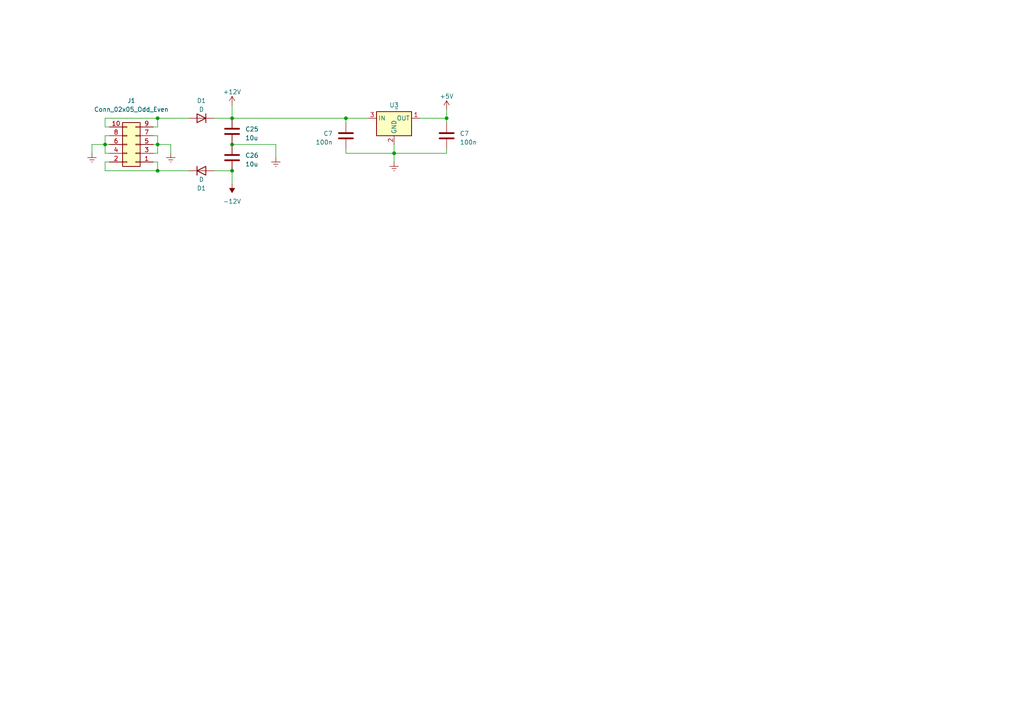
<source format=kicad_sch>
(kicad_sch (version 20230121) (generator eeschema)
  (paper "A4")
  (lib_symbols
    (symbol "Connector_Generic:Conn_02x05_Odd_Even" (pin_names (offset 1.016) hide)
      (property "Reference" "J" (at 1.27 7.62 0))
      (property "Value" "Conn_02x05_Odd_Even" (at 1.27 -7.62 0))
      (symbol "Conn_02x05_Odd_Even_1_1"
        (rectangle (start -1.27 -4.953) (end 0 -5.207) (stroke (width 0.1524)))
        (rectangle (start -1.27 -2.413) (end 0 -2.667) (stroke (width 0.1524)))
        (rectangle (start -1.27 0.127) (end 0 -0.127) (stroke (width 0.1524)))
        (rectangle (start -1.27 2.667) (end 0 2.413) (stroke (width 0.1524)))
        (rectangle (start -1.27 5.207) (end 0 4.953) (stroke (width 0.1524)))
        (rectangle (start -1.27 6.35) (end 3.81 -6.35) (stroke (width 0.254)) (fill (type background)))
        (rectangle (start 3.81 -4.953) (end 2.54 -5.207) (stroke (width 0.1524)))
        (rectangle (start 3.81 -2.413) (end 2.54 -2.667) (stroke (width 0.1524)))
        (rectangle (start 3.81 0.127) (end 2.54 -0.127) (stroke (width 0.1524)))
        (rectangle (start 3.81 2.667) (end 2.54 2.413) (stroke (width 0.1524)))
        (rectangle (start 3.81 5.207) (end 2.54 4.953) (stroke (width 0.1524)))
        (pin passive line (at -5.08 5.08 0) (length 3.81) (name "Pin_1") (number "1"))
        (pin passive line (at 7.62 -5.08 180) (length 3.81) (name "Pin_10") (number "10"))
        (pin passive line (at 7.62 5.08 180) (length 3.81) (name "Pin_2") (number "2"))
        (pin passive line (at -5.08 2.54 0) (length 3.81) (name "Pin_3") (number "3"))
        (pin passive line (at 7.62 2.54 180) (length 3.81) (name "Pin_4") (number "4"))
        (pin passive line (at -5.08 0 0) (length 3.81) (name "Pin_5") (number "5"))
        (pin passive line (at 7.62 0 180) (length 3.81) (name "Pin_6") (number "6"))
        (pin passive line (at -5.08 -2.54 0) (length 3.81) (name "Pin_7") (number "7"))
        (pin passive line (at 7.62 -2.54 180) (length 3.81) (name "Pin_8") (number "8"))
        (pin passive line (at -5.08 -5.08 0) (length 3.81) (name "Pin_9") (number "9"))
      )
    )
    (symbol "Device:C" (pin_numbers hide) (pin_names (offset 0.254))
      (property "Reference" "C" (at 0.635 2.54 0))
      (property "Value" "C" (at 0.635 -2.54 0))
      (symbol "C_0_1"
        (polyline (pts (xy -2.032 -0.762) (xy 2.032 -0.762)) (stroke (width 0.508)))
        (polyline (pts (xy -2.032 0.762) (xy 2.032 0.762)) (stroke (width 0.508)))
      )
      (symbol "C_1_1"
        (pin passive line (at 0 3.81 270) (length 2.794) (name "~") (number "1"))
        (pin passive line (at 0 -3.81 90) (length 2.794) (name "~") (number "2"))
      )
    )
    (symbol "Device:D" (pin_numbers hide) (pin_names (offset 1.016) hide)
      (property "Reference" "D" (at 0 2.54 0))
      (property "Value" "D" (at 0 -2.54 0))
      (symbol "D_0_1"
        (polyline (pts (xy -1.27 1.27) (xy -1.27 -1.27)) (stroke (width 0.254)))
        (polyline (pts (xy 1.27 0) (xy -1.27 0)))
        (polyline (pts (xy 1.27 1.27) (xy 1.27 -1.27) (xy -1.27 0) (xy 1.27 1.27)) (stroke (width 0.254)))
      )
      (symbol "D_1_1"
        (pin passive line (at -3.81 0 0) (length 2.54) (name "K") (number "1"))
        (pin passive line (at 3.81 0 180) (length 2.54) (name "A") (number "2"))
      )
    )
    (symbol "Eurorack:78L05G-AB3-R_5V_Linear_Voltage_Regulator_(JLC)"
      (property "Reference" "U" (at 0.762 2.794 0))
      (symbol "78L05G-AB3-R_5V_Linear_Voltage_Regulator_(JLC)_0_1"
        (rectangle (start -5.08 1.905) (end 5.08 -5.08) (stroke (width 0.254)) (fill (type background)))
      )
      (symbol "78L05G-AB3-R_5V_Linear_Voltage_Regulator_(JLC)_1_1"
        (pin power_out line (at 7.62 0 180) (length 2.54) (name "OUT") (number "1"))
        (pin power_in line (at 0 -7.62 90) (length 2.54) (name "GND") (number "2"))
        (pin power_in line (at -7.62 0 0) (length 2.54) (name "IN") (number "3"))
      )
    )
    (symbol "power:+12V" (power) (pin_names (offset 0))
      (property "Value" "+12V" (at 0 3.556 0))
      (symbol "+12V_0_1"
        (polyline (pts (xy -0.762 1.27) (xy 0 2.54)))
        (polyline (pts (xy 0 0) (xy 0 2.54)))
        (polyline (pts (xy 0 2.54) (xy 0.762 1.27)))
      )
      (symbol "+12V_1_1"
        (pin power_in line (at 0 0 90) (length 0) hide (name "+12V") (number "1"))
      )
    )
    (symbol "power:+5V" (power) (pin_names (offset 0))
      (property "Value" "+5V" (at 0 3.556 0))
      (symbol "+5V_0_1"
        (polyline (pts (xy -0.762 1.27) (xy 0 2.54)))
        (polyline (pts (xy 0 0) (xy 0 2.54)))
        (polyline (pts (xy 0 2.54) (xy 0.762 1.27)))
      )
      (symbol "+5V_1_1"
        (pin power_in line (at 0 0 90) (length 0) hide (name "+5V") (number "1"))
      )
    )
    (symbol "power:-12V" (power) (pin_names (offset 0))
      (property "Value" "-12V" (at 0 3.81 0))
      (symbol "-12V_0_0"
        (pin power_in line (at 0 0 90) (length 0) hide (name "-12V") (number "1"))
      )
      (symbol "-12V_0_1"
        (polyline (pts (xy 0 0) (xy 0 1.27) (xy 0.762 1.27) (xy 0 2.54) (xy -0.762 1.27) (xy 0 1.27)) (fill (type outline)))
      )
    )
    (symbol "power:Earth" (power) (pin_names (offset 0))
      (symbol "Earth_0_1"
        (polyline (pts (xy -0.635 -1.905) (xy 0.635 -1.905)))
        (polyline (pts (xy -0.127 -2.54) (xy 0.127 -2.54)))
        (polyline (pts (xy 0 -1.27) (xy 0 0)))
        (polyline (pts (xy 1.27 -1.27) (xy -1.27 -1.27)))
      )
      (symbol "Earth_1_1"
        (pin power_in line (at 0 0 270) (length 0) hide (name "Earth") (number "1"))
      )
    )
  )
  (junction (at 45.72 41.91))
  (junction (at 114.3 44.45))
  (junction (at 129.54 34.29))
  (junction (at 67.31 49.53))
  (junction (at 67.31 34.29))
  (junction (at 30.48 41.91))
  (junction (at 45.72 34.29))
  (junction (at 67.31 41.91))
  (junction (at 45.72 49.53))
  (junction (at 100.33 34.29))
  (wire (pts (xy 80.01 41.91) (xy 67.31 41.91)))
  (wire (pts (xy 129.54 31.75) (xy 129.54 34.29)))
  (wire (pts (xy 26.67 41.91) (xy 30.48 41.91)))
  (wire (pts (xy 67.31 34.29) (xy 100.33 34.29)))
  (wire (pts (xy 30.48 34.29) (xy 45.72 34.29)))
  (wire (pts (xy 30.48 41.91) (xy 31.75 41.91)))
  (wire (pts (xy 45.72 44.45) (xy 45.72 41.91)))
  (wire (pts (xy 129.54 35.56) (xy 129.54 34.29)))
  (wire (pts (xy 49.53 44.45) (xy 49.53 41.91)))
  (wire (pts (xy 62.23 49.53) (xy 67.31 49.53)))
  (wire (pts (xy 45.72 39.37) (xy 44.45 39.37)))
  (wire (pts (xy 67.31 53.34) (xy 67.31 49.53)))
  (wire (pts (xy 30.48 39.37) (xy 30.48 41.91)))
  (wire (pts (xy 62.23 34.29) (xy 67.31 34.29)))
  (wire (pts (xy 100.33 35.56) (xy 100.33 34.29)))
  (wire (pts (xy 44.45 41.91) (xy 45.72 41.91)))
  (wire (pts (xy 31.75 46.99) (xy 30.48 46.99)))
  (wire (pts (xy 31.75 39.37) (xy 30.48 39.37)))
  (wire (pts (xy 49.53 41.91) (xy 45.72 41.91)))
  (wire (pts (xy 45.72 41.91) (xy 45.72 39.37)))
  (wire (pts (xy 30.48 49.53) (xy 45.72 49.53)))
  (wire (pts (xy 129.54 44.45) (xy 129.54 43.18)))
  (wire (pts (xy 67.31 30.48) (xy 67.31 34.29)))
  (wire (pts (xy 44.45 46.99) (xy 45.72 46.99)))
  (wire (pts (xy 45.72 34.29) (xy 45.72 36.83)))
  (wire (pts (xy 30.48 44.45) (xy 31.75 44.45)))
  (wire (pts (xy 30.48 49.53) (xy 30.48 46.99)))
  (wire (pts (xy 114.3 46.99) (xy 114.3 44.45)))
  (wire (pts (xy 31.75 36.83) (xy 30.48 36.83)))
  (wire (pts (xy 26.67 44.45) (xy 26.67 41.91)))
  (wire (pts (xy 129.54 34.29) (xy 121.92 34.29)))
  (wire (pts (xy 44.45 44.45) (xy 45.72 44.45)))
  (wire (pts (xy 114.3 44.45) (xy 129.54 44.45)))
  (wire (pts (xy 45.72 49.53) (xy 54.61 49.53)))
  (wire (pts (xy 100.33 34.29) (xy 106.68 34.29)))
  (wire (pts (xy 45.72 34.29) (xy 54.61 34.29)))
  (wire (pts (xy 80.01 45.72) (xy 80.01 41.91)))
  (wire (pts (xy 30.48 41.91) (xy 30.48 44.45)))
  (wire (pts (xy 30.48 36.83) (xy 30.48 34.29)))
  (wire (pts (xy 100.33 44.45) (xy 100.33 43.18)))
  (wire (pts (xy 45.72 46.99) (xy 45.72 49.53)))
  (wire (pts (xy 44.45 36.83) (xy 45.72 36.83)))
  (wire (pts (xy 100.33 44.45) (xy 114.3 44.45)))
  (wire (pts (xy 114.3 44.45) (xy 114.3 41.91)))
  (symbol (lib_id "power:+5V") (at 129.54 31.75 0) (unit 1)
    (property "Reference" "#PWR038" (effects hide))
    (property "Value" "+5V" (at 129.54 27.94 0))
  )
  (symbol (lib_id "power:Earth") (at 80.01 45.72 0) (mirror y) (unit 1)
    (property "Reference" "#PWR075" (effects hide))
    (property "Value" "Earth" (effects hide))
    (instances (project "EuroPi-LC" (path "" (reference "#PWR075") (unit 1))) (project "EuroPi LC" (path "" (reference "#PWR05") (unit 1)) (path "" (reference "#PWR05") (unit 1))))
  )
  (symbol (lib_id "power:Earth") (at 49.53 44.45 0) (unit 1)
    (property "Reference" "#PWR072" (effects hide))
    (property "Value" "Earth" (effects hide))
    (instances (project "EuroPi-LC" (path "" (reference "#PWR072") (unit 1))) (project "EuroPi LC" (path "" (reference "#PWR02") (unit 1)) (path "" (reference "#PWR02") (unit 1))))
  )
  (symbol (lib_id "Device:C") (at 67.31 45.72 0) (unit 1)
    (property "Reference" "C26" (at 71.12 45.085 0) (effects (justify left)))
    (property "Value" "10u" (at 71.12 47.625 0) (effects (justify left)))
    (property "Footprint" "Capacitor_SMD:C_0603_1608Metric" (effects hide))
    (property "JLC" "C96446" (effects hide))
    (instances (project "EuroPi-LC" (path "" (reference "C26") (unit 1))) (project "EuroPi LC" (path "" (reference "C2") (unit 1)) (path "" (reference "C2") (unit 1))))
  )
  (symbol (lib_id "power:Earth") (at 26.67 44.45 0) (mirror y) (unit 1)
    (property "Reference" "#PWR073" (effects hide))
    (property "Value" "Earth" (effects hide))
    (instances (project "EuroPi-LC" (path "" (reference "#PWR073") (unit 1))) (project "EuroPi LC" (path "" (reference "#PWR01") (unit 1)) (path "" (reference "#PWR01") (unit 1))))
  )
  (symbol (lib_id "Eurorack:78L05G-AB3-R_5V_Linear_Voltage_Regulator_(JLC)") (at 114.3 34.29 0) (unit 1)
    (property "Reference" "U3" (at 114.3 30.48 0))
    (property "Value" "~" (at 115.062 31.496 0))
    (property "Footprint" "Package_TO_SOT_SMD:SOT-89-3" (effects hide))
    (property "JLC" "C71136" (effects hide))
  )
  (symbol (lib_id "Device:D") (at 58.42 34.29 180) (unit 1)
    (property "Reference" "D1" (at 58.42 29.21 0))
    (property "Value" "D" (at 58.42 31.75 0))
    (property "Footprint" "Diode_SMD:D_SOD-123" (effects hide))
    (property "Sim.Device" "D" (effects hide))
    (property "Sim.Pins" "1=K 2=A" (effects hide))
    (property "JLC" "C8598" (effects hide))
    (instances (project "EuroPi-LC" (path "" (reference "D1") (unit 1)) (path "" (reference "D3") (unit 1))) (project "EuroPi LC" (path "" (reference "D1") (unit 1)) (path "" (reference "D2") (unit 1))) (project "rp2040-core" (path "" (reference "D1") (unit 1))))
  )
  (symbol (lib_id "power:-12V") (at 67.31 53.34 180) (unit 1)
    (property "Reference" "#PWR071" (effects hide))
    (property "Value" "-12V" (at 67.31 58.42 0))
    (instances (project "EuroPi-LC" (path "" (reference "#PWR071") (unit 1))) (project "EuroPi LC" (path "" (reference "#PWR04") (unit 1)) (path "" (reference "#PWR04") (unit 1))))
  )
  (symbol (lib_id "Connector_Generic:Conn_02x05_Odd_Even") (at 39.37 41.91 180) (unit 1)
    (property "Reference" "J1" (at 38.1 29.21 0))
    (property "Value" "Conn_02x05_Odd_Even" (at 38.1 31.75 0))
    (property "Footprint" "Eurorack:Eurorack Power Header Unlabeled" (effects hide))
  )
  (symbol (lib_id "power:+12V") (at 67.31 30.48 0) (unit 1)
    (property "Reference" "#PWR070" (effects hide))
    (property "Value" "+12V" (at 67.31 26.67 0))
    (instances (project "EuroPi-LC" (path "" (reference "#PWR070") (unit 1))) (project "EuroPi LC" (path "" (reference "#PWR03") (unit 1)) (path "" (reference "#PWR03") (unit 1))))
  )
  (symbol (lib_id "Device:C") (at 100.33 39.37 0) (mirror y) (unit 1)
    (property "Reference" "C7" (at 96.52 38.735 0) (effects (justify left)))
    (property "Value" "100n" (at 96.52 41.275 0) (effects (justify left)))
    (property "Footprint" "Capacitor_SMD:C_0402_1005Metric" (effects hide))
    (property "JLC" "C307331" (effects hide))
    (instances (project "EuroPi-LC" (path "" (reference "C7") (unit 1)) (path "" (reference "C22") (unit 1))) (project "EuroPi LC" (path "" (reference "C7") (unit 1)) (path "" (reference "C10") (unit 1))) (project "rp2040-core" (path "" (reference "C7") (unit 1))))
  )
  (symbol (lib_id "Device:C") (at 129.54 39.37 0) (unit 1)
    (property "Reference" "C7" (at 133.35 38.735 0) (effects (justify left)))
    (property "Value" "100n" (at 133.35 41.275 0) (effects (justify left)))
    (property "Footprint" "Capacitor_SMD:C_0402_1005Metric" (effects hide))
    (property "JLC" "C307331" (effects hide))
    (instances (project "EuroPi-LC" (path "" (reference "C7") (unit 1)) (path "" (reference "C22") (unit 1))) (project "EuroPi LC" (path "" (reference "C7") (unit 1)) (path "" (reference "C11") (unit 1))) (project "rp2040-core" (path "" (reference "C7") (unit 1))))
  )
  (symbol (lib_id "Device:C") (at 67.31 38.1 0) (unit 1)
    (property "Reference" "C25" (at 71.12 37.465 0) (effects (justify left)))
    (property "Value" "10u" (at 71.12 40.005 0) (effects (justify left)))
    (property "Footprint" "Capacitor_SMD:C_0603_1608Metric" (effects hide))
    (property "JLC" "C96446" (effects hide))
    (instances (project "EuroPi-LC" (path "" (reference "C25") (unit 1))) (project "EuroPi LC" (path "" (reference "C1") (unit 1)) (path "" (reference "C1") (unit 1))))
  )
  (symbol (lib_id "power:Earth") (at 114.3 46.99 0) (mirror y) (unit 1)
    (property "Reference" "#PWR075" (effects hide))
    (property "Value" "Earth" (effects hide))
    (instances (project "EuroPi-LC" (path "" (reference "#PWR075") (unit 1))) (project "EuroPi LC" (path "" (reference "#PWR05") (unit 1)) (path "" (reference "#PWR037") (unit 1))))
  )
  (symbol (lib_id "Device:D") (at 58.42 49.53 0) (unit 1)
    (property "Reference" "D1" (at 58.42 54.61 0))
    (property "Value" "D" (at 58.42 52.07 0))
    (property "Footprint" "Diode_SMD:D_SOD-123" (effects hide))
    (property "Sim.Device" "D" (effects hide))
    (property "Sim.Pins" "1=K 2=A" (effects hide))
    (property "JLC" "C8598" (effects hide))
    (instances (project "EuroPi-LC" (path "" (reference "D1") (unit 1)) (path "" (reference "D4") (unit 1))) (project "EuroPi LC" (path "" (reference "D2") (unit 1)) (path "" (reference "D3") (unit 1))) (project "rp2040-core" (path "" (reference "D1") (unit 1))))
  )
)
</source>
